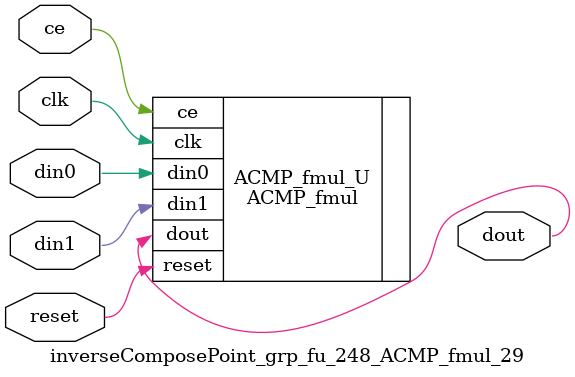
<source format=v>

`timescale 1 ns / 1 ps
module inverseComposePoint_grp_fu_248_ACMP_fmul_29(
    clk,
    reset,
    ce,
    din0,
    din1,
    dout);

parameter ID = 32'd1;
parameter NUM_STAGE = 32'd1;
parameter din0_WIDTH = 32'd1;
parameter din1_WIDTH = 32'd1;
parameter dout_WIDTH = 32'd1;
input clk;
input reset;
input ce;
input[din0_WIDTH - 1:0] din0;
input[din1_WIDTH - 1:0] din1;
output[dout_WIDTH - 1:0] dout;



ACMP_fmul #(
.ID( ID ),
.NUM_STAGE( 4 ),
.din0_WIDTH( din0_WIDTH ),
.din1_WIDTH( din1_WIDTH ),
.dout_WIDTH( dout_WIDTH ))
ACMP_fmul_U(
    .clk( clk ),
    .reset( reset ),
    .ce( ce ),
    .din0( din0 ),
    .din1( din1 ),
    .dout( dout ));

endmodule

</source>
